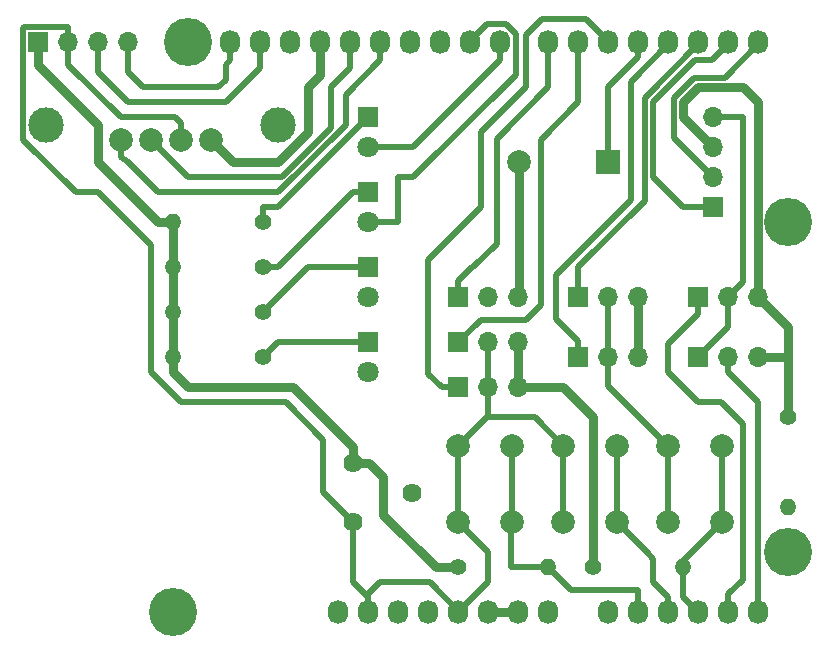
<source format=gbr>
G04 #@! TF.GenerationSoftware,KiCad,Pcbnew,5.0.2-bee76a0~70~ubuntu18.04.1*
G04 #@! TF.CreationDate,2019-09-13T20:40:02+02:00*
G04 #@! TF.ProjectId,BIOS_Shield_1.0_Migration,42494f53-5f53-4686-9965-6c645f312e30,rev?*
G04 #@! TF.SameCoordinates,Original*
G04 #@! TF.FileFunction,Copper,L2,Bot*
G04 #@! TF.FilePolarity,Positive*
%FSLAX46Y46*%
G04 Gerber Fmt 4.6, Leading zero omitted, Abs format (unit mm)*
G04 Created by KiCad (PCBNEW 5.0.2-bee76a0~70~ubuntu18.04.1) date vie 13 sep 2019 20:40:02 CEST*
%MOMM*%
%LPD*%
G01*
G04 APERTURE LIST*
G04 #@! TA.AperFunction,ComponentPad*
%ADD10C,1.800000*%
G04 #@! TD*
G04 #@! TA.AperFunction,ComponentPad*
%ADD11R,1.800000X1.800000*%
G04 #@! TD*
G04 #@! TA.AperFunction,ComponentPad*
%ADD12O,1.727200X2.032000*%
G04 #@! TD*
G04 #@! TA.AperFunction,ComponentPad*
%ADD13O,1.700000X1.700000*%
G04 #@! TD*
G04 #@! TA.AperFunction,ComponentPad*
%ADD14R,1.700000X1.700000*%
G04 #@! TD*
G04 #@! TA.AperFunction,ComponentPad*
%ADD15C,2.000000*%
G04 #@! TD*
G04 #@! TA.AperFunction,ComponentPad*
%ADD16C,4.064000*%
G04 #@! TD*
G04 #@! TA.AperFunction,ComponentPad*
%ADD17O,1.400000X1.400000*%
G04 #@! TD*
G04 #@! TA.AperFunction,ComponentPad*
%ADD18C,1.400000*%
G04 #@! TD*
G04 #@! TA.AperFunction,ComponentPad*
%ADD19R,2.000000X2.000000*%
G04 #@! TD*
G04 #@! TA.AperFunction,ComponentPad*
%ADD20C,3.000000*%
G04 #@! TD*
G04 #@! TA.AperFunction,ComponentPad*
%ADD21C,1.620000*%
G04 #@! TD*
G04 #@! TA.AperFunction,Conductor*
%ADD22C,0.508000*%
G04 #@! TD*
G04 #@! TA.AperFunction,Conductor*
%ADD23C,0.762000*%
G04 #@! TD*
G04 APERTURE END LIST*
D10*
G04 #@! TO.P,D1,2*
G04 #@! TO.N,/8*
X141478000Y-84455000D03*
D11*
G04 #@! TO.P,D1,1*
G04 #@! TO.N,Net-(D1-Pad1)*
X141478000Y-81915000D03*
G04 #@! TD*
G04 #@! TO.P,D2,1*
G04 #@! TO.N,Net-(D2-Pad1)*
X141478000Y-88265000D03*
D10*
G04 #@! TO.P,D2,2*
G04 #@! TO.N,/9(\002A\002A)*
X141478000Y-90805000D03*
G04 #@! TD*
G04 #@! TO.P,D3,2*
G04 #@! TO.N,/10(\002A\002A/SS)*
X141478000Y-97155000D03*
D11*
G04 #@! TO.P,D3,1*
G04 #@! TO.N,Net-(D3-Pad1)*
X141478000Y-94615000D03*
G04 #@! TD*
G04 #@! TO.P,D4,1*
G04 #@! TO.N,Net-(D4-Pad1)*
X141478000Y-100965000D03*
D10*
G04 #@! TO.P,D4,2*
G04 #@! TO.N,/11(\002A\002A/MOSI)*
X141478000Y-103505000D03*
G04 #@! TD*
D12*
G04 #@! TO.P,J1,1*
G04 #@! TO.N,Net-(J1-Pad1)*
X138938000Y-123825000D03*
G04 #@! TO.P,J1,2*
G04 #@! TO.N,+5V*
X141478000Y-123825000D03*
G04 #@! TO.P,J1,3*
G04 #@! TO.N,/Reset*
X144018000Y-123825000D03*
G04 #@! TO.P,J1,4*
G04 #@! TO.N,+3V3*
X146558000Y-123825000D03*
G04 #@! TO.P,J1,5*
G04 #@! TO.N,+5V*
X149098000Y-123825000D03*
G04 #@! TO.P,J1,6*
G04 #@! TO.N,GND*
X151638000Y-123825000D03*
G04 #@! TO.P,J1,7*
X154178000Y-123825000D03*
G04 #@! TO.P,J1,8*
G04 #@! TO.N,/Vin*
X156718000Y-123825000D03*
G04 #@! TD*
G04 #@! TO.P,J4,8*
G04 #@! TO.N,/0(Rx)*
X174498000Y-75565000D03*
G04 #@! TO.P,J4,7*
G04 #@! TO.N,/1(Tx)*
X171958000Y-75565000D03*
G04 #@! TO.P,J4,6*
G04 #@! TO.N,/2*
X169418000Y-75565000D03*
G04 #@! TO.P,J4,5*
G04 #@! TO.N,/3(\002A\002A)*
X166878000Y-75565000D03*
G04 #@! TO.P,J4,4*
G04 #@! TO.N,/4*
X164338000Y-75565000D03*
G04 #@! TO.P,J4,3*
G04 #@! TO.N,/5(\002A\002A)*
X161798000Y-75565000D03*
G04 #@! TO.P,J4,2*
G04 #@! TO.N,/6(\002A\002A)*
X159258000Y-75565000D03*
G04 #@! TO.P,J4,1*
G04 #@! TO.N,/7*
X156718000Y-75565000D03*
G04 #@! TD*
D13*
G04 #@! TO.P,J5,4*
G04 #@! TO.N,/A5(SCL)*
X121158000Y-75565000D03*
G04 #@! TO.P,J5,3*
G04 #@! TO.N,/A4(SDA)*
X118618000Y-75565000D03*
G04 #@! TO.P,J5,2*
G04 #@! TO.N,+5V*
X116078000Y-75565000D03*
D14*
G04 #@! TO.P,J5,1*
G04 #@! TO.N,GND*
X113538000Y-75565000D03*
G04 #@! TD*
G04 #@! TO.P,J6,1*
G04 #@! TO.N,/1(Tx)*
X170688000Y-89535000D03*
D13*
G04 #@! TO.P,J6,2*
G04 #@! TO.N,/0(Rx)*
X170688000Y-86995000D03*
G04 #@! TO.P,J6,3*
G04 #@! TO.N,GND*
X170688000Y-84455000D03*
G04 #@! TO.P,J6,4*
G04 #@! TO.N,+5V*
X170688000Y-81915000D03*
G04 #@! TD*
G04 #@! TO.P,J8,3*
G04 #@! TO.N,GND*
X154178000Y-100965000D03*
G04 #@! TO.P,J8,2*
G04 #@! TO.N,+5V*
X151638000Y-100965000D03*
D14*
G04 #@! TO.P,J8,1*
G04 #@! TO.N,/6(\002A\002A)*
X149098000Y-100965000D03*
G04 #@! TD*
D13*
G04 #@! TO.P,J9,3*
G04 #@! TO.N,GND*
X164338000Y-97155000D03*
G04 #@! TO.P,J9,2*
G04 #@! TO.N,+5V*
X161798000Y-97155000D03*
D14*
G04 #@! TO.P,J9,1*
G04 #@! TO.N,/2*
X159258000Y-97155000D03*
G04 #@! TD*
D13*
G04 #@! TO.P,J10,3*
G04 #@! TO.N,GND*
X174498000Y-97155000D03*
G04 #@! TO.P,J10,2*
G04 #@! TO.N,+5V*
X171958000Y-97155000D03*
D14*
G04 #@! TO.P,J10,1*
G04 #@! TO.N,/A4(SDA)*
X169418000Y-97155000D03*
G04 #@! TD*
G04 #@! TO.P,J11,1*
G04 #@! TO.N,/3(\002A\002A)*
X159258000Y-102235000D03*
D13*
G04 #@! TO.P,J11,2*
G04 #@! TO.N,+5V*
X161798000Y-102235000D03*
G04 #@! TO.P,J11,3*
G04 #@! TO.N,GND*
X164338000Y-102235000D03*
G04 #@! TD*
D14*
G04 #@! TO.P,J12,1*
G04 #@! TO.N,/5(\002A\002A)*
X149098000Y-104775000D03*
D13*
G04 #@! TO.P,J12,2*
G04 #@! TO.N,+5V*
X151638000Y-104775000D03*
G04 #@! TO.P,J12,3*
G04 #@! TO.N,GND*
X154178000Y-104775000D03*
G04 #@! TD*
D14*
G04 #@! TO.P,J13,1*
G04 #@! TO.N,/7*
X149098000Y-97155000D03*
D13*
G04 #@! TO.P,J13,2*
G04 #@! TO.N,+5V*
X151638000Y-97155000D03*
G04 #@! TO.P,J13,3*
G04 #@! TO.N,GND*
X154178000Y-97155000D03*
G04 #@! TD*
D14*
G04 #@! TO.P,LM35,1*
G04 #@! TO.N,+5V*
X169418000Y-102235000D03*
D13*
G04 #@! TO.P,LM35,2*
G04 #@! TO.N,/A5(SCL)*
X171958000Y-102235000D03*
G04 #@! TO.P,LM35,3*
G04 #@! TO.N,GND*
X174498000Y-102235000D03*
G04 #@! TD*
D12*
G04 #@! TO.P,J2,1*
G04 #@! TO.N,/A0*
X161798000Y-123825000D03*
G04 #@! TO.P,J2,2*
G04 #@! TO.N,/A1*
X164338000Y-123825000D03*
G04 #@! TO.P,J2,3*
G04 #@! TO.N,/A2*
X166878000Y-123825000D03*
G04 #@! TO.P,J2,4*
G04 #@! TO.N,/A3*
X169418000Y-123825000D03*
G04 #@! TO.P,J2,5*
G04 #@! TO.N,/A4(SDA)*
X171958000Y-123825000D03*
G04 #@! TO.P,J2,6*
G04 #@! TO.N,/A5(SCL)*
X174498000Y-123825000D03*
G04 #@! TD*
G04 #@! TO.P,J3,1*
G04 #@! TO.N,/A5(SCL)*
X129794000Y-75565000D03*
G04 #@! TO.P,J3,2*
G04 #@! TO.N,/A4(SDA)*
X132334000Y-75565000D03*
G04 #@! TO.P,J3,3*
G04 #@! TO.N,/AREF*
X134874000Y-75565000D03*
G04 #@! TO.P,J3,4*
G04 #@! TO.N,GND*
X137414000Y-75565000D03*
G04 #@! TO.P,J3,5*
G04 #@! TO.N,/13(SCK)*
X139954000Y-75565000D03*
G04 #@! TO.P,J3,6*
G04 #@! TO.N,/12(MISO)*
X142494000Y-75565000D03*
G04 #@! TO.P,J3,7*
G04 #@! TO.N,/11(\002A\002A/MOSI)*
X145034000Y-75565000D03*
G04 #@! TO.P,J3,8*
G04 #@! TO.N,/10(\002A\002A/SS)*
X147574000Y-75565000D03*
G04 #@! TO.P,J3,9*
G04 #@! TO.N,/9(\002A\002A)*
X150114000Y-75565000D03*
G04 #@! TO.P,J3,10*
G04 #@! TO.N,/8*
X152654000Y-75565000D03*
G04 #@! TD*
D15*
G04 #@! TO.P,P1,2*
G04 #@! TO.N,/A1*
X153598000Y-116205000D03*
G04 #@! TO.P,P1,1*
G04 #@! TO.N,+5V*
X149098000Y-116205000D03*
G04 #@! TO.P,P1,2*
G04 #@! TO.N,/A1*
X153598000Y-109705000D03*
G04 #@! TO.P,P1,1*
G04 #@! TO.N,+5V*
X149098000Y-109705000D03*
G04 #@! TD*
G04 #@! TO.P,P2,1*
G04 #@! TO.N,+5V*
X157988000Y-109705000D03*
G04 #@! TO.P,P2,2*
G04 #@! TO.N,/A2*
X162488000Y-109705000D03*
G04 #@! TO.P,P2,1*
G04 #@! TO.N,+5V*
X157988000Y-116205000D03*
G04 #@! TO.P,P2,2*
G04 #@! TO.N,/A2*
X162488000Y-116205000D03*
G04 #@! TD*
G04 #@! TO.P,P3,2*
G04 #@! TO.N,/A3*
X171378000Y-116205000D03*
G04 #@! TO.P,P3,1*
G04 #@! TO.N,+5V*
X166878000Y-116205000D03*
G04 #@! TO.P,P3,2*
G04 #@! TO.N,/A3*
X171378000Y-109705000D03*
G04 #@! TO.P,P3,1*
G04 #@! TO.N,+5V*
X166878000Y-109705000D03*
G04 #@! TD*
D16*
G04 #@! TO.P,P5,1*
G04 #@! TO.N,Net-(P5-Pad1)*
X124968000Y-123825000D03*
G04 #@! TD*
G04 #@! TO.P,P6,1*
G04 #@! TO.N,Net-(P6-Pad1)*
X177038000Y-118745000D03*
G04 #@! TD*
G04 #@! TO.P,P7,1*
G04 #@! TO.N,Net-(P7-Pad1)*
X126238000Y-75565000D03*
G04 #@! TD*
G04 #@! TO.P,P8,1*
G04 #@! TO.N,Net-(P8-Pad1)*
X177038000Y-90805000D03*
G04 #@! TD*
D17*
G04 #@! TO.P,R1,2*
G04 #@! TO.N,/A1*
X156718000Y-120015000D03*
D18*
G04 #@! TO.P,R1,1*
G04 #@! TO.N,GND*
X149098000Y-120015000D03*
G04 #@! TD*
G04 #@! TO.P,R2,1*
G04 #@! TO.N,GND*
X177038000Y-107315000D03*
D17*
G04 #@! TO.P,R2,2*
G04 #@! TO.N,/A2*
X177038000Y-114935000D03*
G04 #@! TD*
G04 #@! TO.P,R3,2*
G04 #@! TO.N,/A3*
X168148000Y-120015000D03*
D18*
G04 #@! TO.P,R3,1*
G04 #@! TO.N,GND*
X160528000Y-120015000D03*
G04 #@! TD*
G04 #@! TO.P,R4,1*
G04 #@! TO.N,Net-(D1-Pad1)*
X132588000Y-90805000D03*
D17*
G04 #@! TO.P,R4,2*
G04 #@! TO.N,GND*
X124968000Y-90805000D03*
G04 #@! TD*
G04 #@! TO.P,R5,2*
G04 #@! TO.N,GND*
X124968000Y-94615000D03*
D18*
G04 #@! TO.P,R5,1*
G04 #@! TO.N,Net-(D2-Pad1)*
X132588000Y-94615000D03*
G04 #@! TD*
G04 #@! TO.P,R6,1*
G04 #@! TO.N,Net-(D3-Pad1)*
X132588000Y-98425000D03*
D17*
G04 #@! TO.P,R6,2*
G04 #@! TO.N,GND*
X124968000Y-98425000D03*
G04 #@! TD*
D18*
G04 #@! TO.P,R7,1*
G04 #@! TO.N,Net-(D4-Pad1)*
X132588000Y-102235000D03*
D17*
G04 #@! TO.P,R7,2*
G04 #@! TO.N,GND*
X124968000Y-102235000D03*
G04 #@! TD*
D19*
G04 #@! TO.P,SPK,1*
G04 #@! TO.N,/4*
X161798000Y-85725000D03*
D15*
G04 #@! TO.P,SPK,2*
G04 #@! TO.N,GND*
X154198000Y-85725000D03*
G04 #@! TD*
G04 #@! TO.P,J7,1*
G04 #@! TO.N,GND*
X128143000Y-83820000D03*
G04 #@! TO.P,J7,2*
G04 #@! TO.N,+5V*
X125603000Y-83820000D03*
G04 #@! TO.P,J7,3*
G04 #@! TO.N,/13(SCK)*
X123063000Y-83820000D03*
G04 #@! TO.P,J7,4*
G04 #@! TO.N,/12(MISO)*
X120523000Y-83820000D03*
D20*
G04 #@! TO.P,J7,5*
G04 #@! TO.N,N/C*
X114173000Y-82550000D03*
X133858000Y-82550000D03*
G04 #@! TD*
D21*
G04 #@! TO.P,POT,3*
G04 #@! TO.N,GND*
X140208000Y-111205000D03*
G04 #@! TO.P,POT,2*
G04 #@! TO.N,/A0*
X145208000Y-113705000D03*
G04 #@! TO.P,POT,1*
G04 #@! TO.N,+5V*
X140208000Y-116205000D03*
G04 #@! TD*
D22*
G04 #@! TO.N,+5V*
X170688000Y-81915000D02*
X173228000Y-81915000D01*
X173228000Y-95885000D02*
X171958000Y-97155000D01*
X173228000Y-81915000D02*
X173228000Y-95885000D01*
X171958000Y-99695000D02*
X169418000Y-102235000D01*
X171958000Y-97155000D02*
X171958000Y-99695000D01*
X151638000Y-100965000D02*
X151638000Y-104775000D01*
X140953781Y-123825000D02*
X141478000Y-123825000D01*
X141478000Y-122301000D02*
X142494000Y-121285000D01*
X141478000Y-123825000D02*
X141478000Y-122301000D01*
X149098000Y-123672600D02*
X149098000Y-123825000D01*
X146710400Y-121285000D02*
X149098000Y-123672600D01*
X142494000Y-121285000D02*
X146710400Y-121285000D01*
X151638000Y-118745000D02*
X149098000Y-116205000D01*
X149098000Y-123825000D02*
X151638000Y-121285000D01*
X151638000Y-121285000D02*
X151638000Y-118745000D01*
X149098000Y-116205000D02*
X149098000Y-109705000D01*
X151638000Y-107165000D02*
X151638000Y-104775000D01*
X149098000Y-109705000D02*
X151638000Y-107165000D01*
X151788000Y-107315000D02*
X151638000Y-107165000D01*
X155598000Y-107315000D02*
X151788000Y-107315000D01*
X157988000Y-109705000D02*
X155598000Y-107315000D01*
X140208000Y-121285000D02*
X141478000Y-122555000D01*
X140208000Y-116205000D02*
X140208000Y-121285000D01*
X157988000Y-116205000D02*
X157988000Y-109705000D01*
X166878000Y-116205000D02*
X166878000Y-109705000D01*
X161798000Y-97155000D02*
X161798000Y-102235000D01*
X161798000Y-104625000D02*
X166878000Y-109705000D01*
X161798000Y-102235000D02*
X161798000Y-104625000D01*
X116078000Y-77470000D02*
X116078000Y-75565000D01*
X120523000Y-81915000D02*
X116078000Y-77470000D01*
X125112213Y-81915000D02*
X120523000Y-81915000D01*
X125603000Y-83820000D02*
X125603000Y-82405787D01*
X125603000Y-82405787D02*
X125112213Y-81915000D01*
X137668000Y-113665000D02*
X140208000Y-116205000D01*
X137668000Y-109220000D02*
X137668000Y-113665000D01*
X116043999Y-74260999D02*
X112324799Y-74260999D01*
X116078000Y-74295000D02*
X116043999Y-74260999D01*
X134493000Y-106045000D02*
X137668000Y-109220000D01*
X116078000Y-75565000D02*
X116078000Y-74295000D01*
X112233999Y-76778201D02*
X112268000Y-76812202D01*
X112268000Y-81563078D02*
X112218999Y-81612079D01*
X112218999Y-83487921D02*
X112268000Y-83536922D01*
X112233999Y-74351799D02*
X112233999Y-76778201D01*
X112268000Y-83536922D02*
X112268000Y-83820000D01*
X123063000Y-92710000D02*
X123063000Y-103505000D01*
X112324799Y-74260999D02*
X112233999Y-74351799D01*
X116713000Y-88265000D02*
X118618000Y-88265000D01*
X123063000Y-103505000D02*
X125603000Y-106045000D01*
X112268000Y-76812202D02*
X112268000Y-81563078D01*
X112218999Y-81612079D02*
X112218999Y-83487921D01*
X125603000Y-106045000D02*
X134493000Y-106045000D01*
X112268000Y-83820000D02*
X116713000Y-88265000D01*
X118618000Y-88265000D02*
X123063000Y-92710000D01*
D23*
G04 #@! TO.N,GND*
X124968000Y-102235000D02*
X124968000Y-98425000D01*
X124968000Y-98425000D02*
X124968000Y-94615000D01*
X124968000Y-94615000D02*
X124968000Y-90805000D01*
X136398000Y-79375000D02*
X137414000Y-78359000D01*
X136398000Y-83185000D02*
X136398000Y-79375000D01*
X128143000Y-83820000D02*
X130048000Y-85725000D01*
X137414000Y-78359000D02*
X137414000Y-75565000D01*
X133858000Y-85725000D02*
X136398000Y-83185000D01*
X130048000Y-85725000D02*
X133858000Y-85725000D01*
X124968000Y-102235000D02*
X124968000Y-103505000D01*
X124968000Y-103505000D02*
X126238000Y-104775000D01*
X126238000Y-104775000D02*
X135128000Y-104775000D01*
X140208000Y-109855000D02*
X140208000Y-111205000D01*
X135128000Y-104775000D02*
X140208000Y-109855000D01*
X177038000Y-99695000D02*
X174498000Y-97155000D01*
X177038000Y-107315000D02*
X177038000Y-99695000D01*
X177038000Y-102235000D02*
X174498000Y-102235000D01*
X177038000Y-107315000D02*
X177038000Y-102235000D01*
X154198000Y-97135000D02*
X154178000Y-97155000D01*
X154198000Y-85725000D02*
X154198000Y-97135000D01*
X154178000Y-100965000D02*
X154178000Y-104775000D01*
X160528000Y-107315000D02*
X160528000Y-120015000D01*
X154178000Y-104775000D02*
X157988000Y-104775000D01*
X157988000Y-104775000D02*
X160528000Y-107315000D01*
X151638000Y-123825000D02*
X154178000Y-123825000D01*
X164338000Y-97155000D02*
X164338000Y-102235000D01*
X113538000Y-77470000D02*
X113538000Y-75565000D01*
X118618000Y-82550000D02*
X113538000Y-77470000D01*
X118618000Y-85725000D02*
X118618000Y-82550000D01*
X124968000Y-90805000D02*
X123698000Y-90805000D01*
X123698000Y-90805000D02*
X118618000Y-85725000D01*
X169838001Y-83605001D02*
X170688000Y-84455000D01*
X168148000Y-80645000D02*
X168148000Y-81915000D01*
X174424999Y-95879918D02*
X174424999Y-80571999D01*
X174498000Y-97155000D02*
X174498000Y-95952919D01*
X168148000Y-81915000D02*
X169838001Y-83605001D01*
X173228000Y-79375000D02*
X169418000Y-79375000D01*
X174498000Y-95952919D02*
X174424999Y-95879918D01*
X174424999Y-80571999D02*
X173228000Y-79375000D01*
X169418000Y-79375000D02*
X168148000Y-80645000D01*
X147193000Y-120015000D02*
X149098000Y-120015000D01*
X140208000Y-111205000D02*
X141558000Y-111205000D01*
X142748000Y-115570000D02*
X147193000Y-120015000D01*
X142748000Y-112395000D02*
X142748000Y-115570000D01*
X141558000Y-111205000D02*
X142748000Y-112395000D01*
D22*
G04 #@! TO.N,/A1*
X153598000Y-111119213D02*
X153598000Y-116205000D01*
X153598000Y-109705000D02*
X153598000Y-111119213D01*
X158623000Y-121920000D02*
X156718000Y-120015000D01*
X164338000Y-123825000D02*
X164338000Y-121920000D01*
X164338000Y-121920000D02*
X158623000Y-121920000D01*
X153543000Y-116260000D02*
X153598000Y-116205000D01*
X156718000Y-120015000D02*
X153543000Y-120015000D01*
X153543000Y-120015000D02*
X153543000Y-116260000D01*
G04 #@! TO.N,/A2*
X162488000Y-111119213D02*
X162488000Y-116205000D01*
X162488000Y-109705000D02*
X162488000Y-111119213D01*
X165028000Y-118745000D02*
X162488000Y-116205000D01*
X165608000Y-119325000D02*
X165028000Y-118745000D01*
X165608000Y-121285000D02*
X165608000Y-119325000D01*
X166878000Y-123825000D02*
X166878000Y-122555000D01*
X166878000Y-122555000D02*
X165608000Y-121285000D01*
G04 #@! TO.N,/A3*
X171378000Y-111119213D02*
X171378000Y-116205000D01*
X171378000Y-109705000D02*
X171378000Y-111119213D01*
X168148000Y-119435000D02*
X168148000Y-120015000D01*
X171378000Y-116205000D02*
X168148000Y-119435000D01*
X168148000Y-122555000D02*
X169418000Y-123825000D01*
X168148000Y-120015000D02*
X168148000Y-122555000D01*
G04 #@! TO.N,/A4(SDA)*
X121158000Y-80645000D02*
X118618000Y-78105000D01*
X132334000Y-75565000D02*
X132334000Y-77724000D01*
X118618000Y-78105000D02*
X118618000Y-75565000D01*
X129413000Y-80645000D02*
X121158000Y-80645000D01*
X132334000Y-77724000D02*
X129413000Y-80645000D01*
X169418000Y-98513000D02*
X169418000Y-97155000D01*
X166878000Y-101053000D02*
X169418000Y-98513000D01*
X166878000Y-103505000D02*
X166878000Y-101053000D01*
X171958000Y-122301000D02*
X173154989Y-121104011D01*
X169418000Y-106045000D02*
X166878000Y-103505000D01*
X171958000Y-123825000D02*
X171958000Y-122301000D01*
X173154989Y-121104011D02*
X173154989Y-107876989D01*
X173154989Y-107876989D02*
X171323000Y-106045000D01*
X171323000Y-106045000D02*
X169418000Y-106045000D01*
G04 #@! TO.N,/A5(SCL)*
X121158000Y-78105000D02*
X121158000Y-75565000D01*
X129794000Y-75565000D02*
X129794000Y-77089000D01*
X129794000Y-77089000D02*
X129413000Y-77470000D01*
X129413000Y-77470000D02*
X129413000Y-78740000D01*
X129413000Y-78740000D02*
X128778000Y-79375000D01*
X128778000Y-79375000D02*
X122428000Y-79375000D01*
X122428000Y-79375000D02*
X121158000Y-78105000D01*
X174498000Y-123825000D02*
X174498000Y-106045000D01*
X171958000Y-103505000D02*
X171958000Y-102235000D01*
X174498000Y-106045000D02*
X171958000Y-103505000D01*
G04 #@! TO.N,/9(\002A\002A)*
X150114000Y-75412600D02*
X150114000Y-75565000D01*
X151485600Y-74041000D02*
X150114000Y-75412600D01*
X153145781Y-74041000D02*
X151485600Y-74041000D01*
X144018000Y-90805000D02*
X144018000Y-86995000D01*
X145288000Y-86995000D02*
X153971610Y-78311390D01*
X153971610Y-74866829D02*
X153145781Y-74041000D01*
X141478000Y-90805000D02*
X144018000Y-90805000D01*
X144018000Y-86995000D02*
X145288000Y-86995000D01*
X153971610Y-78311390D02*
X153971610Y-74866829D01*
G04 #@! TO.N,/8*
X152654000Y-77089000D02*
X152654000Y-75565000D01*
X141478000Y-84455000D02*
X145288000Y-84455000D01*
X145288000Y-84455000D02*
X152654000Y-77089000D01*
G04 #@! TO.N,/7*
X156718000Y-79375000D02*
X156718000Y-75565000D01*
X149098000Y-97155000D02*
X149098000Y-95797000D01*
X152346010Y-83746990D02*
X156718000Y-79375000D01*
X149098000Y-95797000D02*
X150280000Y-94615000D01*
X150368000Y-94615000D02*
X152346010Y-92636990D01*
X152346010Y-92636990D02*
X152346010Y-83746990D01*
X150280000Y-94615000D02*
X150368000Y-94615000D01*
G04 #@! TO.N,/6(\002A\002A)*
X151003000Y-99060000D02*
X149098000Y-100965000D01*
X156083000Y-97790000D02*
X154813000Y-99060000D01*
X154813000Y-99060000D02*
X151003000Y-99060000D01*
X156083000Y-83820000D02*
X156083000Y-97790000D01*
X159258000Y-75565000D02*
X159258000Y-80645000D01*
X159258000Y-80645000D02*
X156083000Y-83820000D01*
G04 #@! TO.N,/5(\002A\002A)*
X161798000Y-75412600D02*
X161798000Y-75565000D01*
X156188990Y-73554010D02*
X159939410Y-73554010D01*
X159939410Y-73554010D02*
X161798000Y-75412600D01*
X154813000Y-74930000D02*
X156188990Y-73554010D01*
X154813000Y-76247610D02*
X154813000Y-74930000D01*
X154813000Y-76247610D02*
X154813000Y-77470000D01*
X154813000Y-77470000D02*
X154813000Y-77422390D01*
X154813000Y-79375000D02*
X154813000Y-77470000D01*
X147740000Y-104775000D02*
X146558000Y-103593000D01*
X151003000Y-89535000D02*
X151003000Y-83185000D01*
X149098000Y-104775000D02*
X147740000Y-104775000D01*
X146558000Y-103593000D02*
X146558000Y-93980000D01*
X151003000Y-83185000D02*
X154813000Y-79375000D01*
X146558000Y-93980000D02*
X151003000Y-89535000D01*
G04 #@! TO.N,/4*
X161798000Y-85725000D02*
X161798000Y-79375000D01*
X161798000Y-79375000D02*
X164338000Y-76835000D01*
X164338000Y-76835000D02*
X164338000Y-75565000D01*
G04 #@! TO.N,/3(\002A\002A)*
X159258000Y-100877000D02*
X157353000Y-98972000D01*
X157353000Y-95250000D02*
X163703000Y-88900000D01*
X159258000Y-102235000D02*
X159258000Y-100877000D01*
X157353000Y-98972000D02*
X157353000Y-95250000D01*
X163703000Y-88900000D02*
X163703000Y-78892400D01*
X166878000Y-75717400D02*
X166878000Y-75565000D01*
X163703000Y-78892400D02*
X166878000Y-75717400D01*
G04 #@! TO.N,/2*
X164899989Y-88973011D02*
X164899989Y-80235411D01*
X159258000Y-97155000D02*
X159258000Y-94615000D01*
X159258000Y-94615000D02*
X164899989Y-88973011D01*
X169418000Y-75717400D02*
X169418000Y-75565000D01*
X164899989Y-80235411D02*
X169418000Y-75717400D01*
G04 #@! TO.N,/1(Tx)*
X171958000Y-75717400D02*
X171958000Y-75565000D01*
X170586400Y-77089000D02*
X171958000Y-75717400D01*
X169164000Y-77089000D02*
X170586400Y-77089000D01*
X170688000Y-89535000D02*
X168148000Y-89535000D01*
X165608000Y-80645000D02*
X169164000Y-77089000D01*
X165608000Y-86995000D02*
X165608000Y-80645000D01*
X168148000Y-89535000D02*
X165608000Y-86995000D01*
G04 #@! TO.N,/0(Rx)*
X169072128Y-78539989D02*
X171675411Y-78539989D01*
X174498000Y-75717400D02*
X174498000Y-75565000D01*
X170688000Y-86995000D02*
X167312989Y-83619989D01*
X167312989Y-80299128D02*
X169072128Y-78539989D01*
X167312989Y-83619989D02*
X167312989Y-80299128D01*
X171675411Y-78539989D02*
X174498000Y-75717400D01*
G04 #@! TO.N,/13(SCK)*
X124062999Y-84819999D02*
X123063000Y-83820000D01*
X134126722Y-86995000D02*
X126238000Y-86995000D01*
X139954000Y-75565000D02*
X139954000Y-77724000D01*
X138303000Y-82818722D02*
X134126722Y-86995000D01*
X139954000Y-77724000D02*
X138303000Y-79375000D01*
X138303000Y-79375000D02*
X138303000Y-82818722D01*
X126238000Y-86995000D02*
X124062999Y-84819999D01*
G04 #@! TO.N,/12(MISO)*
X121158000Y-85725000D02*
X120523000Y-85234213D01*
X120523000Y-85234213D02*
X120523000Y-83820000D01*
X142494000Y-77089000D02*
X139573000Y-80010000D01*
X139573000Y-82550000D02*
X133858000Y-88265000D01*
X139573000Y-80010000D02*
X139573000Y-82550000D01*
X142494000Y-75565000D02*
X142494000Y-77089000D01*
X133858000Y-88265000D02*
X123698000Y-88265000D01*
X123698000Y-88265000D02*
X121158000Y-85725000D01*
G04 #@! TO.N,Net-(D1-Pad1)*
X133858000Y-89535000D02*
X141478000Y-81915000D01*
X132588000Y-90805000D02*
X132588000Y-89535000D01*
X132588000Y-89535000D02*
X133858000Y-89535000D01*
G04 #@! TO.N,Net-(D2-Pad1)*
X132588000Y-94615000D02*
X133858000Y-94615000D01*
X140208000Y-88265000D02*
X141478000Y-88265000D01*
X133858000Y-94615000D02*
X140208000Y-88265000D01*
G04 #@! TO.N,Net-(D3-Pad1)*
X136398000Y-94615000D02*
X132588000Y-98425000D01*
X141478000Y-94615000D02*
X136398000Y-94615000D01*
G04 #@! TO.N,Net-(D4-Pad1)*
X133858000Y-100965000D02*
X132588000Y-102235000D01*
X141478000Y-100965000D02*
X133858000Y-100965000D01*
G04 #@! TD*
M02*

</source>
